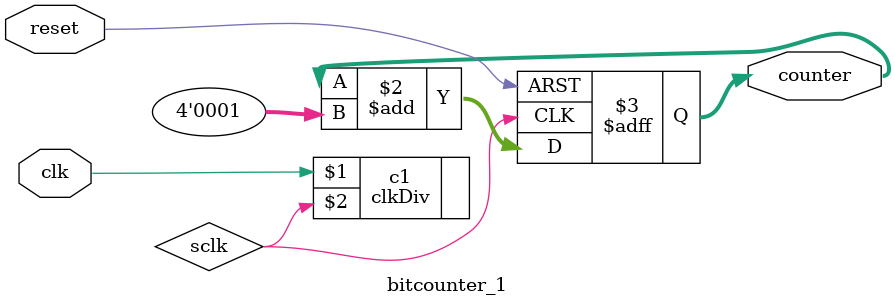
<source format=v>
`timescale 1ns / 1ps
module bitcounter_1(input clk, input reset, output reg [3:0] counter);
	 wire sclk;
	 clkDiv c1(clk, sclk);

	always @(posedge sclk or posedge reset)
		begin
			if(reset)
			 counter <= 4'b0000;
			else
			 counter <= counter + 4'b0001;
		end
endmodule

</source>
